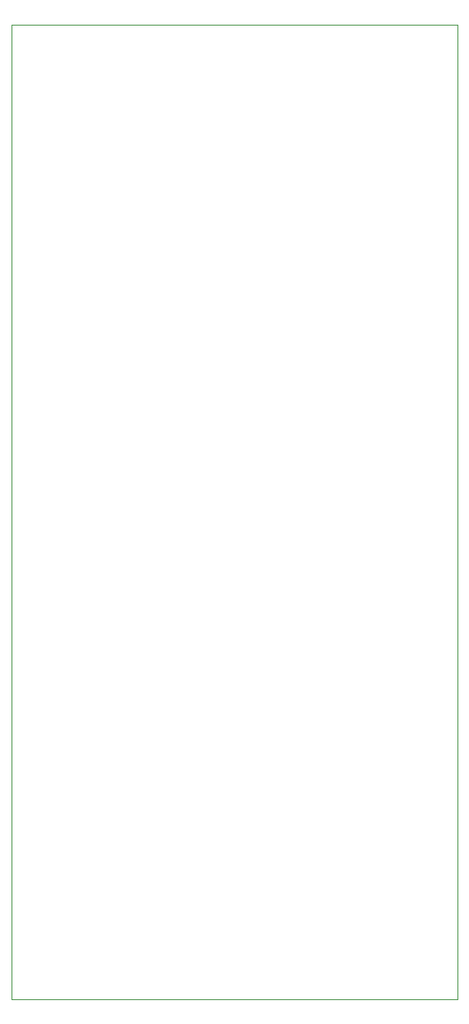
<source format=gbr>
%TF.GenerationSoftware,KiCad,Pcbnew,(5.1.9)-1*%
%TF.CreationDate,2021-08-22T20:59:49+01:00*%
%TF.ProjectId,KOSMOS Simple Mixer,4b4f534d-4f53-4205-9369-6d706c65204d,rev?*%
%TF.SameCoordinates,Original*%
%TF.FileFunction,Profile,NP*%
%FSLAX46Y46*%
G04 Gerber Fmt 4.6, Leading zero omitted, Abs format (unit mm)*
G04 Created by KiCad (PCBNEW (5.1.9)-1) date 2021-08-22 20:59:49*
%MOMM*%
%LPD*%
G01*
G04 APERTURE LIST*
%TA.AperFunction,Profile*%
%ADD10C,0.050000*%
%TD*%
G04 APERTURE END LIST*
D10*
X18430000Y-129430000D02*
X18410000Y-29350000D01*
X64320000Y-129430000D02*
X18430000Y-129430000D01*
X64290000Y-29340000D02*
X64320000Y-129430000D01*
X18410000Y-29340000D02*
X64280000Y-29340000D01*
M02*

</source>
